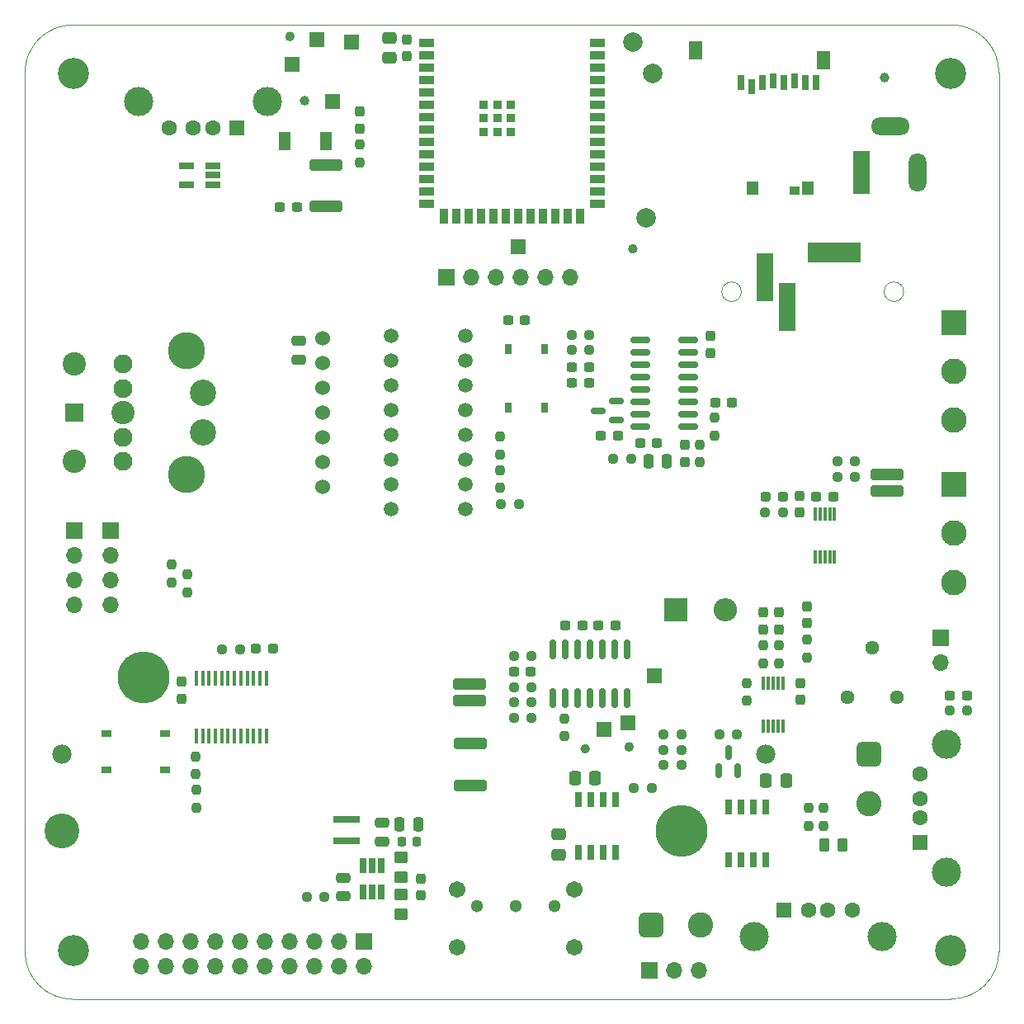
<source format=gbr>
%TF.GenerationSoftware,KiCad,Pcbnew,(6.0.9)*%
%TF.CreationDate,2023-01-14T14:27:18+02:00*%
%TF.ProjectId,ESP32_power_meter_MP3_player_WIFI_radio_V2,45535033-325f-4706-9f77-65725f6d6574,rev?*%
%TF.SameCoordinates,Original*%
%TF.FileFunction,Soldermask,Top*%
%TF.FilePolarity,Negative*%
%FSLAX46Y46*%
G04 Gerber Fmt 4.6, Leading zero omitted, Abs format (unit mm)*
G04 Created by KiCad (PCBNEW (6.0.9)) date 2023-01-14 14:27:18*
%MOMM*%
%LPD*%
G01*
G04 APERTURE LIST*
G04 Aperture macros list*
%AMRoundRect*
0 Rectangle with rounded corners*
0 $1 Rounding radius*
0 $2 $3 $4 $5 $6 $7 $8 $9 X,Y pos of 4 corners*
0 Add a 4 corners polygon primitive as box body*
4,1,4,$2,$3,$4,$5,$6,$7,$8,$9,$2,$3,0*
0 Add four circle primitives for the rounded corners*
1,1,$1+$1,$2,$3*
1,1,$1+$1,$4,$5*
1,1,$1+$1,$6,$7*
1,1,$1+$1,$8,$9*
0 Add four rect primitives between the rounded corners*
20,1,$1+$1,$2,$3,$4,$5,0*
20,1,$1+$1,$4,$5,$6,$7,0*
20,1,$1+$1,$6,$7,$8,$9,0*
20,1,$1+$1,$8,$9,$2,$3,0*%
G04 Aperture macros list end*
%ADD10C,0.487311*%
%TA.AperFunction,Profile*%
%ADD11C,0.100000*%
%TD*%
%TA.AperFunction,Profile*%
%ADD12C,0.120000*%
%TD*%
%ADD13RoundRect,0.237500X-0.250000X-0.237500X0.250000X-0.237500X0.250000X0.237500X-0.250000X0.237500X0*%
%ADD14RoundRect,0.101600X-1.206500X1.206500X-1.206500X-1.206500X1.206500X-1.206500X1.206500X1.206500X0*%
%ADD15C,2.616200*%
%ADD16RoundRect,0.150000X-0.150000X0.825000X-0.150000X-0.825000X0.150000X-0.825000X0.150000X0.825000X0*%
%ADD17RoundRect,0.250000X-0.450000X0.350000X-0.450000X-0.350000X0.450000X-0.350000X0.450000X0.350000X0*%
%ADD18RoundRect,0.237500X-0.300000X-0.237500X0.300000X-0.237500X0.300000X0.237500X-0.300000X0.237500X0*%
%ADD19RoundRect,0.237500X-0.237500X0.300000X-0.237500X-0.300000X0.237500X-0.300000X0.237500X0.300000X0*%
%ADD20R,1.500000X1.500000*%
%ADD21RoundRect,0.250000X0.475000X-0.337500X0.475000X0.337500X-0.475000X0.337500X-0.475000X-0.337500X0*%
%ADD22R,1.700000X1.700000*%
%ADD23O,1.700000X1.700000*%
%ADD24RoundRect,0.237500X0.287500X0.237500X-0.287500X0.237500X-0.287500X-0.237500X0.287500X-0.237500X0*%
%ADD25R,1.200000X1.850000*%
%ADD26RoundRect,0.237500X0.237500X-0.250000X0.237500X0.250000X-0.237500X0.250000X-0.237500X-0.250000X0*%
%ADD27RoundRect,0.150000X0.150000X-0.587500X0.150000X0.587500X-0.150000X0.587500X-0.150000X-0.587500X0*%
%ADD28RoundRect,0.237500X-0.237500X0.287500X-0.237500X-0.287500X0.237500X-0.287500X0.237500X0.287500X0*%
%ADD29RoundRect,0.150000X0.587500X0.150000X-0.587500X0.150000X-0.587500X-0.150000X0.587500X-0.150000X0*%
%ADD30RoundRect,0.650000X-0.650000X0.650000X-0.650000X-0.650000X0.650000X-0.650000X0.650000X0.650000X0*%
%ADD31C,2.600000*%
%ADD32R,0.650000X1.560000*%
%ADD33R,1.500000X0.900000*%
%ADD34R,0.900000X1.500000*%
%ADD35R,0.900000X0.900000*%
%ADD36RoundRect,0.237500X0.237500X-0.300000X0.237500X0.300000X-0.237500X0.300000X-0.237500X-0.300000X0*%
%ADD37R,5.500000X2.000000*%
%ADD38R,1.800000X5.000000*%
%ADD39RoundRect,0.250000X-1.450000X0.312500X-1.450000X-0.312500X1.450000X-0.312500X1.450000X0.312500X0*%
%ADD40RoundRect,0.250000X0.262500X0.450000X-0.262500X0.450000X-0.262500X-0.450000X0.262500X-0.450000X0*%
%ADD41R,0.700000X1.000000*%
%ADD42R,1.300000X1.400000*%
%ADD43R,1.000000X0.950000*%
%ADD44R,1.400000X1.900000*%
%ADD45R,0.800000X1.500000*%
%ADD46R,0.300000X1.400000*%
%ADD47RoundRect,0.237500X-0.237500X0.250000X-0.237500X-0.250000X0.237500X-0.250000X0.237500X0.250000X0*%
%ADD48C,1.500000*%
%ADD49R,0.650000X1.500000*%
%ADD50R,1.800000X4.400000*%
%ADD51O,1.800000X4.000000*%
%ADD52O,4.000000X1.800000*%
%ADD53R,0.450000X1.500000*%
%ADD54R,1.500000X1.600000*%
%ADD55C,1.600000*%
%ADD56C,3.000000*%
%ADD57RoundRect,0.237500X0.250000X0.237500X-0.250000X0.237500X-0.250000X-0.237500X0.250000X-0.237500X0*%
%ADD58RoundRect,0.225000X-0.225000X-0.250000X0.225000X-0.250000X0.225000X0.250000X-0.225000X0.250000X0*%
%ADD59RoundRect,0.250000X-0.337500X-0.475000X0.337500X-0.475000X0.337500X0.475000X-0.337500X0.475000X0*%
%ADD60R,1.000000X0.700000*%
%ADD61R,1.600000X1.500000*%
%ADD62RoundRect,0.250000X-1.450000X0.337500X-1.450000X-0.337500X1.450000X-0.337500X1.450000X0.337500X0*%
%ADD63RoundRect,0.237500X0.300000X0.237500X-0.300000X0.237500X-0.300000X-0.237500X0.300000X-0.237500X0*%
%ADD64C,3.200000*%
%ADD65C,3.810000*%
%ADD66C,2.700000*%
%ADD67C,1.524000*%
%ADD68C,1.300000*%
%ADD69C,1.710000*%
%ADD70R,2.700000X0.800000*%
%ADD71RoundRect,0.250000X-0.475000X0.250000X-0.475000X-0.250000X0.475000X-0.250000X0.475000X0.250000X0*%
%ADD72RoundRect,0.250000X0.475000X-0.250000X0.475000X0.250000X-0.475000X0.250000X-0.475000X-0.250000X0*%
%ADD73RoundRect,0.237500X0.237500X-0.287500X0.237500X0.287500X-0.237500X0.287500X-0.237500X-0.287500X0*%
%ADD74C,1.440000*%
%ADD75R,1.950000X1.950000*%
%ADD76C,1.950000*%
%ADD77C,2.400000*%
%ADD78C,1.000000*%
%ADD79RoundRect,0.150000X0.825000X0.150000X-0.825000X0.150000X-0.825000X-0.150000X0.825000X-0.150000X0*%
%ADD80RoundRect,0.250000X-0.250000X-0.475000X0.250000X-0.475000X0.250000X0.475000X-0.250000X0.475000X0*%
%ADD81C,2.000000*%
%ADD82R,1.560000X0.650000*%
%ADD83RoundRect,0.650000X-0.650000X-0.650000X0.650000X-0.650000X0.650000X0.650000X-0.650000X0.650000X0*%
%ADD84R,2.400000X2.400000*%
%ADD85O,2.400000X2.400000*%
%ADD86C,1.980000*%
%ADD87C,5.325000*%
%ADD88C,3.585000*%
G04 APERTURE END LIST*
D10*
X112643655Y-73000000D02*
G75*
G03*
X112643655Y-73000000I-243655J0D01*
G01*
X112255966Y-124100000D02*
G75*
G03*
X112255966Y-124100000I-243655J0D01*
G01*
X78955966Y-57800000D02*
G75*
G03*
X78955966Y-57800000I-243655J0D01*
G01*
X107755966Y-124300000D02*
G75*
G03*
X107755966Y-124300000I-243655J0D01*
G01*
X77455966Y-51200000D02*
G75*
G03*
X77455966Y-51200000I-243655J0D01*
G01*
D11*
X149961600Y-145105552D02*
X149961600Y-54944997D01*
X54944997Y-50017244D02*
G75*
G03*
X50016884Y-54944848I-257J-4927856D01*
G01*
X149961593Y-54944997D02*
G75*
G03*
X145105552Y-50016884I-4856293J71297D01*
G01*
X145034000Y-149961584D02*
G75*
G03*
X149961600Y-145105552I70800J4856284D01*
G01*
X50038000Y-145054603D02*
X50016884Y-54944848D01*
X50038007Y-145054603D02*
G75*
G03*
X54894048Y-149982716I4856293J-71297D01*
G01*
X145034000Y-149961600D02*
X54894048Y-149982716D01*
X54944997Y-50017243D02*
X145105552Y-50016884D01*
D12*
%TO.C,J5*%
X140182000Y-77400000D02*
G75*
G03*
X140182000Y-77400000I-1000000J0D01*
G01*
X123530000Y-77400000D02*
G75*
G03*
X123530000Y-77400000I-1000000J0D01*
G01*
%TD*%
D13*
%TO.C,FB2*%
X78937500Y-139462500D03*
X80762500Y-139462500D03*
%TD*%
D14*
%TO.C,J12*%
X145350420Y-97200010D03*
D15*
X145350420Y-102198730D03*
X145350420Y-107199990D03*
%TD*%
D16*
%TO.C,U6*%
X111810000Y-114125000D03*
X110540000Y-114125000D03*
X109270000Y-114125000D03*
X108000000Y-114125000D03*
X106730000Y-114125000D03*
X105460000Y-114125000D03*
X104190000Y-114125000D03*
X104190000Y-119075000D03*
X105460000Y-119075000D03*
X106730000Y-119075000D03*
X108000000Y-119075000D03*
X109270000Y-119075000D03*
X110540000Y-119075000D03*
X111810000Y-119075000D03*
%TD*%
D17*
%TO.C,RR1*%
X88650000Y-135462500D03*
X88650000Y-137462500D03*
%TD*%
D18*
%TO.C,C15*%
X144937500Y-118800000D03*
X146662500Y-118800000D03*
%TD*%
D19*
%TO.C,C13*%
X117700000Y-93137500D03*
X117700000Y-94862500D03*
%TD*%
D13*
%TO.C,R19*%
X106100000Y-81800000D03*
X107925000Y-81800000D03*
%TD*%
D20*
%TO.C,TP4*%
X100600000Y-72800000D03*
%TD*%
D13*
%TO.C,R35*%
X115537500Y-125960000D03*
X117362500Y-125960000D03*
%TD*%
D21*
%TO.C,C23*%
X104800000Y-135137500D03*
X104800000Y-133062500D03*
%TD*%
D22*
%TO.C,J16*%
X55100000Y-101900000D03*
D23*
X55100000Y-104440000D03*
X55100000Y-106980000D03*
X55100000Y-109520000D03*
%TD*%
D24*
%TO.C,D3*%
X75475000Y-114000000D03*
X73725000Y-114000000D03*
%TD*%
D25*
%TO.C,FB1*%
X76650000Y-61950000D03*
X80950000Y-61950000D03*
%TD*%
D26*
%TO.C,R24*%
X119300000Y-94912500D03*
X119300000Y-93087500D03*
%TD*%
D27*
%TO.C,U8*%
X121250000Y-126537500D03*
X123150000Y-126537500D03*
X122200000Y-124662500D03*
%TD*%
D28*
%TO.C,D1*%
X130300000Y-109675000D03*
X130300000Y-111425000D03*
%TD*%
D29*
%TO.C,U1*%
X110737500Y-90550000D03*
X110737500Y-88650000D03*
X108862500Y-89600000D03*
%TD*%
D22*
%TO.C,J14*%
X84800000Y-144100000D03*
D23*
X84800000Y-146640000D03*
X82260000Y-144100000D03*
X82260000Y-146640000D03*
X79720000Y-144100000D03*
X79720000Y-146640000D03*
X77180000Y-144100000D03*
X77180000Y-146640000D03*
X74640000Y-144100000D03*
X74640000Y-146640000D03*
X72100000Y-144100000D03*
X72100000Y-146640000D03*
X69560000Y-144100000D03*
X69560000Y-146640000D03*
X67020000Y-144100000D03*
X67020000Y-146640000D03*
X64480000Y-144100000D03*
X64480000Y-146640000D03*
X61940000Y-144100000D03*
X61940000Y-146640000D03*
%TD*%
D30*
%TO.C,J10*%
X136600000Y-124860000D03*
D31*
X136600000Y-129940000D03*
%TD*%
D32*
%TO.C,U9*%
X86600000Y-136312500D03*
X85650000Y-136312500D03*
X84700000Y-136312500D03*
X84700000Y-139012500D03*
X85650000Y-139012500D03*
X86600000Y-139012500D03*
%TD*%
D19*
%TO.C,C27*%
X90650000Y-137600000D03*
X90650000Y-139325000D03*
%TD*%
D33*
%TO.C,U4*%
X91250000Y-51860000D03*
X91250000Y-53130000D03*
X91250000Y-54400000D03*
X91250000Y-55670000D03*
X91250000Y-56940000D03*
X91250000Y-58210000D03*
X91250000Y-59480000D03*
X91250000Y-60750000D03*
X91250000Y-62020000D03*
X91250000Y-63290000D03*
X91250000Y-64560000D03*
X91250000Y-65830000D03*
X91250000Y-67100000D03*
X91250000Y-68370000D03*
D34*
X93015000Y-69620000D03*
X94285000Y-69620000D03*
X95555000Y-69620000D03*
X96825000Y-69620000D03*
X98095000Y-69620000D03*
X99365000Y-69620000D03*
X100635000Y-69620000D03*
X101905000Y-69620000D03*
X103175000Y-69620000D03*
X104445000Y-69620000D03*
X105715000Y-69620000D03*
X106985000Y-69620000D03*
D33*
X108750000Y-68370000D03*
X108750000Y-67100000D03*
X108750000Y-65830000D03*
X108750000Y-64560000D03*
X108750000Y-63290000D03*
X108750000Y-62020000D03*
X108750000Y-60750000D03*
X108750000Y-59480000D03*
X108750000Y-58210000D03*
X108750000Y-56940000D03*
X108750000Y-55670000D03*
X108750000Y-54400000D03*
X108750000Y-53130000D03*
X108750000Y-51860000D03*
D35*
X97100000Y-58180000D03*
X97100000Y-60980000D03*
X98500000Y-60980000D03*
X98500000Y-58180000D03*
X97100000Y-59580000D03*
X99900000Y-60980000D03*
X98500000Y-59580000D03*
X99900000Y-59580000D03*
X99900000Y-58180000D03*
%TD*%
D22*
%TO.C,J13*%
X144000000Y-112925000D03*
D23*
X144000000Y-115465000D03*
%TD*%
D36*
%TO.C,C8*%
X66100000Y-119162500D03*
X66100000Y-117437500D03*
%TD*%
D37*
%TO.C,J5*%
X133086000Y-73352000D03*
D38*
X128260000Y-78940000D03*
X125974000Y-75892000D03*
%TD*%
D39*
%TO.C,F1*%
X80950000Y-64362500D03*
X80950000Y-68637500D03*
%TD*%
D36*
%TO.C,C17*%
X129500000Y-100062500D03*
X129500000Y-98337500D03*
%TD*%
D40*
%TO.C,R29*%
X133912500Y-134200000D03*
X132087500Y-134200000D03*
%TD*%
D36*
%TO.C,C6*%
X89200000Y-53232500D03*
X89200000Y-51507500D03*
%TD*%
D41*
%TO.C,SW2*%
X103350000Y-89300000D03*
X103350000Y-83300000D03*
X99650000Y-89300000D03*
X99650000Y-83300000D03*
%TD*%
D42*
%TO.C,J2*%
X130375000Y-66799000D03*
D43*
X128985000Y-67025000D03*
D42*
X124675000Y-66799000D03*
D44*
X131975000Y-53650000D03*
X118825000Y-52650000D03*
D45*
X123485000Y-55939000D03*
X124585000Y-56339000D03*
X125685000Y-55939000D03*
X126785000Y-55739000D03*
X127885000Y-55939000D03*
X128985000Y-55739000D03*
X130085000Y-55939000D03*
X131185000Y-55939000D03*
%TD*%
D26*
%TO.C,R13*%
X67600000Y-130312500D03*
X67600000Y-128487500D03*
%TD*%
D46*
%TO.C,IC2*%
X131100000Y-104600000D03*
X131600000Y-104600000D03*
X132100000Y-104600000D03*
X132600000Y-104600000D03*
X133100000Y-104600000D03*
X133100000Y-100200000D03*
X132600000Y-100200000D03*
X132100000Y-100200000D03*
X131600000Y-100200000D03*
X131100000Y-100200000D03*
%TD*%
D47*
%TO.C,R23*%
X132000000Y-130375000D03*
X132000000Y-132200000D03*
%TD*%
%TO.C,R40*%
X124050000Y-117537500D03*
X124050000Y-119362500D03*
%TD*%
D18*
%TO.C,C3*%
X109137500Y-92200000D03*
X110862500Y-92200000D03*
%TD*%
D13*
%TO.C,R37*%
X115537500Y-124400000D03*
X117362500Y-124400000D03*
%TD*%
D48*
%TO.C,S1*%
X95200000Y-99700000D03*
X87580000Y-99700000D03*
X95200000Y-97160000D03*
X87580000Y-97160000D03*
X95200000Y-94620000D03*
X87580000Y-94620000D03*
X95200000Y-92080000D03*
X87580000Y-92080000D03*
X95200000Y-89540000D03*
X87580000Y-89540000D03*
X95200000Y-87000000D03*
X87580000Y-87000000D03*
X95200000Y-84460000D03*
X87580000Y-84460000D03*
X95200000Y-81920000D03*
X87580000Y-81920000D03*
%TD*%
D49*
%TO.C,Q2*%
X126005000Y-130300000D03*
X124735000Y-130300000D03*
X123465000Y-130300000D03*
X122195000Y-130300000D03*
X122195000Y-135700000D03*
X123465000Y-135700000D03*
X124735000Y-135700000D03*
X126005000Y-135700000D03*
%TD*%
D14*
%TO.C,J9*%
X145350420Y-80600010D03*
D15*
X145350420Y-85598730D03*
X145350420Y-90599990D03*
%TD*%
D50*
%TO.C,J7*%
X135850000Y-65200000D03*
D51*
X141650000Y-65200000D03*
D52*
X138850000Y-60400000D03*
%TD*%
D13*
%TO.C,R44*%
X112487500Y-128350000D03*
X114312500Y-128350000D03*
%TD*%
D24*
%TO.C,D2*%
X127775000Y-98400000D03*
X126025000Y-98400000D03*
%TD*%
D26*
%TO.C,R27*%
X120800000Y-92162500D03*
X120800000Y-90337500D03*
%TD*%
D18*
%TO.C,C11*%
X106150000Y-86750000D03*
X107875000Y-86750000D03*
%TD*%
D20*
%TO.C,TP7*%
X81600000Y-57900000D03*
%TD*%
D47*
%TO.C,R12*%
X84400000Y-62300000D03*
X84400000Y-64125000D03*
%TD*%
D53*
%TO.C,IC1*%
X67625000Y-122950000D03*
X68275000Y-122950000D03*
X68925000Y-122950000D03*
X69575000Y-122950000D03*
X70225000Y-122950000D03*
X70875000Y-122950000D03*
X71525000Y-122950000D03*
X72175000Y-122950000D03*
X72825000Y-122950000D03*
X73475000Y-122950000D03*
X74125000Y-122950000D03*
X74775000Y-122950000D03*
X74775000Y-117050000D03*
X74125000Y-117050000D03*
X73475000Y-117050000D03*
X72825000Y-117050000D03*
X72175000Y-117050000D03*
X71525000Y-117050000D03*
X70875000Y-117050000D03*
X70225000Y-117050000D03*
X69575000Y-117050000D03*
X68925000Y-117050000D03*
X68275000Y-117050000D03*
X67625000Y-117050000D03*
%TD*%
D54*
%TO.C,J11*%
X141840000Y-133900000D03*
D55*
X141840000Y-131400000D03*
X141840000Y-129400000D03*
X141840000Y-126900000D03*
D56*
X144550000Y-136970000D03*
X144550000Y-123830000D03*
%TD*%
D26*
%TO.C,R18*%
X66700000Y-108212500D03*
X66700000Y-106387500D03*
%TD*%
D57*
%TO.C,R30*%
X146712500Y-120400000D03*
X144887500Y-120400000D03*
%TD*%
D58*
%TO.C,C30*%
X88675000Y-133862500D03*
X90225000Y-133862500D03*
%TD*%
D59*
%TO.C,C22*%
X106462500Y-127300000D03*
X108537500Y-127300000D03*
%TD*%
D20*
%TO.C,TP1*%
X109400000Y-122300000D03*
%TD*%
D26*
%TO.C,R22*%
X130400000Y-132200000D03*
X130400000Y-130375000D03*
%TD*%
D60*
%TO.C,SW1*%
X58400000Y-122750000D03*
X64400000Y-122750000D03*
X58400000Y-126450000D03*
X64400000Y-126450000D03*
%TD*%
D61*
%TO.C,J3*%
X71800000Y-60600000D03*
D55*
X69300000Y-60600000D03*
X67300000Y-60600000D03*
X64800000Y-60600000D03*
D56*
X74870000Y-57890000D03*
X61730000Y-57890000D03*
%TD*%
D18*
%TO.C,C20*%
X105475000Y-111600000D03*
X107200000Y-111600000D03*
%TD*%
D13*
%TO.C,R26*%
X133387500Y-96400000D03*
X135212500Y-96400000D03*
%TD*%
D20*
%TO.C,TP9*%
X83500000Y-51800000D03*
%TD*%
D62*
%TO.C,R42*%
X95600000Y-117662500D03*
X95600000Y-119337500D03*
%TD*%
D63*
%TO.C,C2*%
X114862500Y-92950000D03*
X113137500Y-92950000D03*
%TD*%
D64*
%TO.C,H4*%
X55000000Y-145000000D03*
%TD*%
D47*
%TO.C,R16*%
X98800000Y-95687500D03*
X98800000Y-97512500D03*
%TD*%
D57*
%TO.C,R25*%
X135212500Y-94800000D03*
X133387500Y-94800000D03*
%TD*%
D22*
%TO.C,JP1*%
X114075000Y-147000000D03*
D23*
X116615000Y-147000000D03*
X119155000Y-147000000D03*
%TD*%
D65*
%TO.C,U3*%
X66615000Y-83450000D03*
X66615000Y-96150000D03*
D66*
X68266000Y-91832000D03*
X68266000Y-87768000D03*
D67*
X80585000Y-82180000D03*
X80585000Y-84720000D03*
X80585000Y-97420000D03*
X80585000Y-94880000D03*
X80585000Y-92340000D03*
X80585000Y-89800000D03*
X80585000Y-87260000D03*
%TD*%
D47*
%TO.C,R17*%
X98800000Y-92287500D03*
X98800000Y-94112500D03*
%TD*%
D68*
%TO.C,S2*%
X96400000Y-140452500D03*
X100400000Y-140452500D03*
X104400000Y-140452500D03*
D69*
X94400000Y-144702500D03*
X94400000Y-138702500D03*
X106400000Y-138702500D03*
X106400000Y-144702500D03*
%TD*%
D28*
%TO.C,D4*%
X84400000Y-58887500D03*
X84400000Y-60637500D03*
%TD*%
D47*
%TO.C,R14*%
X67500000Y-125087500D03*
X67500000Y-126912500D03*
%TD*%
D70*
%TO.C,L1*%
X83050000Y-133762500D03*
X83050000Y-131562500D03*
%TD*%
D64*
%TO.C,H3*%
X145000000Y-145000000D03*
%TD*%
D63*
%TO.C,C10*%
X101312500Y-80300000D03*
X99587500Y-80300000D03*
%TD*%
D71*
%TO.C,C28*%
X86650000Y-131912500D03*
X86650000Y-133812500D03*
%TD*%
D72*
%TO.C,C26*%
X82650000Y-139412500D03*
X82650000Y-137512500D03*
%TD*%
D18*
%TO.C,C19*%
X108875000Y-111600000D03*
X110600000Y-111600000D03*
%TD*%
D13*
%TO.C,R32*%
X100175000Y-119550000D03*
X102000000Y-119550000D03*
%TD*%
D20*
%TO.C,TP3*%
X111900000Y-121600000D03*
%TD*%
D19*
%TO.C,C24*%
X129600000Y-117537500D03*
X129600000Y-119262500D03*
%TD*%
D18*
%TO.C,C14*%
X120837500Y-88750000D03*
X122562500Y-88750000D03*
%TD*%
D20*
%TO.C,TP2*%
X114600000Y-116800000D03*
%TD*%
D73*
%TO.C,D5*%
X127400000Y-112075000D03*
X127400000Y-110325000D03*
%TD*%
D47*
%TO.C,R9*%
X130300000Y-113107500D03*
X130300000Y-114932500D03*
%TD*%
D61*
%TO.C,J8*%
X127900000Y-140840000D03*
D55*
X130400000Y-140840000D03*
X132400000Y-140840000D03*
X134900000Y-140840000D03*
D56*
X137970000Y-143550000D03*
X124830000Y-143550000D03*
%TD*%
D22*
%TO.C,J4*%
X93250000Y-75900000D03*
D23*
X95790000Y-75900000D03*
X98330000Y-75900000D03*
X100870000Y-75900000D03*
X103410000Y-75900000D03*
X105950000Y-75900000D03*
%TD*%
D13*
%TO.C,R33*%
X100175000Y-117950000D03*
X102000000Y-117950000D03*
%TD*%
D57*
%TO.C,R43*%
X123112500Y-122800000D03*
X121287500Y-122800000D03*
%TD*%
D74*
%TO.C,RV1*%
X139500000Y-119000000D03*
X136960000Y-113920000D03*
X134420000Y-119000000D03*
%TD*%
D57*
%TO.C,R38*%
X117362500Y-122850000D03*
X115537500Y-122850000D03*
%TD*%
D59*
%TO.C,C25*%
X126062500Y-127600000D03*
X128137500Y-127600000D03*
%TD*%
D13*
%TO.C,R10*%
X125982500Y-100030000D03*
X127807500Y-100030000D03*
%TD*%
D26*
%TO.C,R21*%
X65100000Y-107212500D03*
X65100000Y-105387500D03*
%TD*%
D18*
%TO.C,C12*%
X106150000Y-85100000D03*
X107875000Y-85100000D03*
%TD*%
D26*
%TO.C,R36*%
X105400000Y-123012500D03*
X105400000Y-121187500D03*
%TD*%
D17*
%TO.C,RR2*%
X88650000Y-139262500D03*
X88650000Y-141262500D03*
%TD*%
D75*
%TO.C,J1*%
X55050000Y-89800000D03*
D76*
X60050000Y-84800000D03*
X60050000Y-87300000D03*
X60050000Y-92300000D03*
X60050000Y-94800000D03*
D77*
X55050000Y-84800000D03*
X55050000Y-94800000D03*
X60050000Y-89800000D03*
%TD*%
D63*
%TO.C,C18*%
X101937500Y-116350000D03*
X100212500Y-116350000D03*
%TD*%
D72*
%TO.C,C4*%
X78100000Y-84350000D03*
X78100000Y-82450000D03*
%TD*%
D64*
%TO.C,H2*%
X145000000Y-55000000D03*
%TD*%
D47*
%TO.C,R41*%
X125800000Y-113687500D03*
X125800000Y-115512500D03*
%TD*%
D13*
%TO.C,R31*%
X100175000Y-121150000D03*
X102000000Y-121150000D03*
%TD*%
D63*
%TO.C,C9*%
X77912500Y-68750000D03*
X76187500Y-68750000D03*
%TD*%
D46*
%TO.C,IC4*%
X127800000Y-117600000D03*
X127300000Y-117600000D03*
X126800000Y-117600000D03*
X126300000Y-117600000D03*
X125800000Y-117600000D03*
X125800000Y-122000000D03*
X126300000Y-122000000D03*
X126800000Y-122000000D03*
X127300000Y-122000000D03*
X127800000Y-122000000D03*
%TD*%
D78*
%TO.C,FID1*%
X138200000Y-55400000D03*
%TD*%
D79*
%TO.C,U2*%
X118075000Y-91245000D03*
X118075000Y-89975000D03*
X118075000Y-88705000D03*
X118075000Y-87435000D03*
X118075000Y-86165000D03*
X118075000Y-84895000D03*
X118075000Y-83625000D03*
X118075000Y-82355000D03*
X113125000Y-82355000D03*
X113125000Y-83625000D03*
X113125000Y-84895000D03*
X113125000Y-86165000D03*
X113125000Y-87435000D03*
X113125000Y-88705000D03*
X113125000Y-89975000D03*
X113125000Y-91245000D03*
%TD*%
D80*
%TO.C,C29*%
X88450000Y-132062500D03*
X90350000Y-132062500D03*
%TD*%
D81*
%TO.C,TP11*%
X113800000Y-69800000D03*
%TD*%
D57*
%TO.C,R11*%
X72092500Y-114060000D03*
X70267500Y-114060000D03*
%TD*%
%TO.C,R1*%
X112212500Y-94550000D03*
X110387500Y-94550000D03*
%TD*%
D39*
%TO.C,F2*%
X95700000Y-123762500D03*
X95700000Y-128037500D03*
%TD*%
D20*
%TO.C,TP10*%
X80000000Y-51500000D03*
%TD*%
D62*
%TO.C,R28*%
X138500000Y-96125000D03*
X138500000Y-97800000D03*
%TD*%
D64*
%TO.C,H1*%
X55000000Y-55000000D03*
%TD*%
D57*
%TO.C,R20*%
X107925000Y-83400000D03*
X106100000Y-83400000D03*
%TD*%
D80*
%TO.C,C1*%
X114000000Y-94800000D03*
X115900000Y-94800000D03*
%TD*%
D13*
%TO.C,R34*%
X100187500Y-114750000D03*
X102012500Y-114750000D03*
%TD*%
D21*
%TO.C,C5*%
X87400000Y-53407500D03*
X87400000Y-51332500D03*
%TD*%
D57*
%TO.C,R15*%
X100712500Y-99200000D03*
X98887500Y-99200000D03*
%TD*%
D22*
%TO.C,J15*%
X58800000Y-101900000D03*
D23*
X58800000Y-104440000D03*
X58800000Y-106980000D03*
X58800000Y-109520000D03*
%TD*%
D82*
%TO.C,U5*%
X69300000Y-66400000D03*
X69300000Y-65450000D03*
X69300000Y-64500000D03*
X66600000Y-64500000D03*
X66600000Y-66400000D03*
%TD*%
D73*
%TO.C,D6*%
X125800000Y-112075000D03*
X125800000Y-110325000D03*
%TD*%
D20*
%TO.C,TP5*%
X77400000Y-54100000D03*
%TD*%
D83*
%TO.C,J6*%
X114260000Y-142400000D03*
D31*
X119340000Y-142400000D03*
%TD*%
D49*
%TO.C,IC3*%
X106795000Y-134900000D03*
X108065000Y-134900000D03*
X109335000Y-134900000D03*
X110605000Y-134900000D03*
X110605000Y-129500000D03*
X109335000Y-129500000D03*
X108065000Y-129500000D03*
X106795000Y-129500000D03*
%TD*%
D84*
%TO.C,D7*%
X116787500Y-110070500D03*
D85*
X121867500Y-110070500D03*
%TD*%
D36*
%TO.C,C21*%
X120350000Y-83662500D03*
X120350000Y-81937500D03*
%TD*%
D47*
%TO.C,R39*%
X127400000Y-113687500D03*
X127400000Y-115512500D03*
%TD*%
D18*
%TO.C,C16*%
X131237500Y-98400000D03*
X132962500Y-98400000D03*
%TD*%
D81*
%TO.C,TP12*%
X112400000Y-51800000D03*
%TD*%
D86*
%TO.C,U7*%
X126040000Y-124870000D03*
X53840000Y-124870000D03*
D87*
X117400000Y-132740000D03*
D88*
X53840000Y-132740000D03*
D87*
X62200000Y-117000000D03*
%TD*%
D81*
%TO.C,TP13*%
X114400000Y-55000000D03*
%TD*%
M02*

</source>
